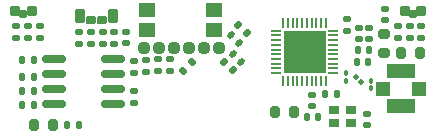
<source format=gbr>
%TF.GenerationSoftware,KiCad,Pcbnew,8.0.7*%
%TF.CreationDate,2025-03-09T23:38:14+01:00*%
%TF.ProjectId,HSSM-LVPCB,4853534d-2d4c-4565-9043-422e6b696361,rev?*%
%TF.SameCoordinates,Original*%
%TF.FileFunction,Soldermask,Top*%
%TF.FilePolarity,Negative*%
%FSLAX46Y46*%
G04 Gerber Fmt 4.6, Leading zero omitted, Abs format (unit mm)*
G04 Created by KiCad (PCBNEW 8.0.7) date 2025-03-09 23:38:14*
%MOMM*%
%LPD*%
G01*
G04 APERTURE LIST*
G04 Aperture macros list*
%AMRoundRect*
0 Rectangle with rounded corners*
0 $1 Rounding radius*
0 $2 $3 $4 $5 $6 $7 $8 $9 X,Y pos of 4 corners*
0 Add a 4 corners polygon primitive as box body*
4,1,4,$2,$3,$4,$5,$6,$7,$8,$9,$2,$3,0*
0 Add four circle primitives for the rounded corners*
1,1,$1+$1,$2,$3*
1,1,$1+$1,$4,$5*
1,1,$1+$1,$6,$7*
1,1,$1+$1,$8,$9*
0 Add four rect primitives between the rounded corners*
20,1,$1+$1,$2,$3,$4,$5,0*
20,1,$1+$1,$4,$5,$6,$7,0*
20,1,$1+$1,$6,$7,$8,$9,0*
20,1,$1+$1,$8,$9,$2,$3,0*%
G04 Aperture macros list end*
%ADD10RoundRect,0.200000X-0.275000X0.200000X-0.275000X-0.200000X0.275000X-0.200000X0.275000X0.200000X0*%
%ADD11RoundRect,0.135000X-0.185000X0.135000X-0.185000X-0.135000X0.185000X-0.135000X0.185000X0.135000X0*%
%ADD12RoundRect,0.135000X-0.135000X-0.185000X0.135000X-0.185000X0.135000X0.185000X-0.135000X0.185000X0*%
%ADD13RoundRect,0.102000X0.525000X-0.500000X0.525000X0.500000X-0.525000X0.500000X-0.525000X-0.500000X0*%
%ADD14RoundRect,0.102000X1.100000X-0.525000X1.100000X0.525000X-1.100000X0.525000X-1.100000X-0.525000X0*%
%ADD15RoundRect,0.140000X0.170000X-0.140000X0.170000X0.140000X-0.170000X0.140000X-0.170000X-0.140000X0*%
%ADD16RoundRect,0.140000X-0.170000X0.140000X-0.170000X-0.140000X0.170000X-0.140000X0.170000X0.140000X0*%
%ADD17RoundRect,0.147500X-0.147500X-0.172500X0.147500X-0.172500X0.147500X0.172500X-0.147500X0.172500X0*%
%ADD18RoundRect,0.100000X0.100000X-0.130000X0.100000X0.130000X-0.100000X0.130000X-0.100000X-0.130000X0*%
%ADD19RoundRect,0.200000X-0.200000X-0.275000X0.200000X-0.275000X0.200000X0.275000X-0.200000X0.275000X0*%
%ADD20RoundRect,0.100000X0.162635X-0.021213X-0.021213X0.162635X-0.162635X0.021213X0.021213X-0.162635X0*%
%ADD21RoundRect,0.102000X-0.300000X-0.300000X0.300000X-0.300000X0.300000X0.300000X-0.300000X0.300000X0*%
%ADD22RoundRect,0.102000X-0.200000X-0.250000X0.200000X-0.250000X0.200000X0.250000X-0.200000X0.250000X0*%
%ADD23RoundRect,0.135000X0.226274X0.035355X0.035355X0.226274X-0.226274X-0.035355X-0.035355X-0.226274X0*%
%ADD24RoundRect,0.100000X-0.100000X0.130000X-0.100000X-0.130000X0.100000X-0.130000X0.100000X0.130000X0*%
%ADD25RoundRect,0.135000X0.135000X0.185000X-0.135000X0.185000X-0.135000X-0.185000X0.135000X-0.185000X0*%
%ADD26RoundRect,0.135000X0.185000X-0.135000X0.185000X0.135000X-0.185000X0.135000X-0.185000X-0.135000X0*%
%ADD27RoundRect,0.140000X-0.140000X-0.170000X0.140000X-0.170000X0.140000X0.170000X-0.140000X0.170000X0*%
%ADD28RoundRect,0.062500X0.350000X0.062500X-0.350000X0.062500X-0.350000X-0.062500X0.350000X-0.062500X0*%
%ADD29RoundRect,0.062500X0.062500X0.350000X-0.062500X0.350000X-0.062500X-0.350000X0.062500X-0.350000X0*%
%ADD30R,3.600000X3.600000*%
%ADD31RoundRect,0.150000X0.825000X0.150000X-0.825000X0.150000X-0.825000X-0.150000X0.825000X-0.150000X0*%
%ADD32RoundRect,0.135000X-0.035355X0.226274X-0.226274X0.035355X0.035355X-0.226274X0.226274X-0.035355X0*%
%ADD33RoundRect,0.200000X0.200000X0.275000X-0.200000X0.275000X-0.200000X-0.275000X0.200000X-0.275000X0*%
%ADD34RoundRect,0.102000X0.600000X0.500000X-0.600000X0.500000X-0.600000X-0.500000X0.600000X-0.500000X0*%
%ADD35R,0.900000X0.800000*%
%ADD36RoundRect,0.140000X0.219203X0.021213X0.021213X0.219203X-0.219203X-0.021213X-0.021213X-0.219203X0*%
%ADD37RoundRect,0.140000X0.140000X0.170000X-0.140000X0.170000X-0.140000X-0.170000X0.140000X-0.170000X0*%
%ADD38RoundRect,0.140000X-0.219203X-0.021213X-0.021213X-0.219203X0.219203X0.021213X0.021213X0.219203X0*%
%ADD39RoundRect,0.102000X0.300000X0.450000X-0.300000X0.450000X-0.300000X-0.450000X0.300000X-0.450000X0*%
%ADD40RoundRect,0.102000X0.300000X0.275000X-0.300000X0.275000X-0.300000X-0.275000X0.300000X-0.275000X0*%
%ADD41C,1.117600*%
G04 APERTURE END LIST*
D10*
%TO.C,C5*%
X151025000Y-115175000D03*
X151025000Y-116825000D03*
%TD*%
D11*
%TO.C,R16*%
X153225000Y-114490001D03*
X153225000Y-115509999D03*
%TD*%
D12*
%TO.C,R4*%
X120390001Y-118800000D03*
X121409999Y-118800000D03*
%TD*%
D13*
%TO.C,J1*%
X150925000Y-119800000D03*
D14*
X152450000Y-121275000D03*
D13*
X153975000Y-119800000D03*
D14*
X152450000Y-118325000D03*
%TD*%
D15*
%TO.C,C21*%
X151075000Y-114005000D03*
X151075000Y-113045000D03*
%TD*%
D11*
%TO.C,R2*%
X129825000Y-117440001D03*
X129825000Y-118459999D03*
%TD*%
D16*
%TO.C,C4*%
X149800000Y-114670000D03*
X149800000Y-115630000D03*
%TD*%
D15*
%TO.C,C11*%
X144900000Y-121280000D03*
X144900000Y-120320000D03*
%TD*%
D17*
%TO.C,L2*%
X148820000Y-116550000D03*
X149780000Y-116550000D03*
%TD*%
D18*
%TO.C,C1*%
X147800000Y-119120000D03*
X147800000Y-118480000D03*
%TD*%
D19*
%TO.C,C9*%
X121375000Y-122899999D03*
X123025000Y-122899999D03*
%TD*%
D20*
%TO.C,L1*%
X149076274Y-119276274D03*
X148623726Y-118823726D03*
%TD*%
D11*
%TO.C,R15*%
X121900000Y-114490001D03*
X121900000Y-115509999D03*
%TD*%
D21*
%TO.C,D2*%
X152800000Y-113225000D03*
X154200000Y-113225000D03*
D22*
X153500000Y-113525000D03*
%TD*%
D16*
%TO.C,C7*%
X148875000Y-114670000D03*
X148875000Y-115630000D03*
%TD*%
D23*
%TO.C,R6*%
X138210624Y-118260624D03*
X137489376Y-117539376D03*
%TD*%
D24*
%TO.C,C2*%
X149900000Y-119130000D03*
X149900000Y-119770000D03*
%TD*%
D15*
%TO.C,C13*%
X149600000Y-122880000D03*
X149600000Y-121920000D03*
%TD*%
D25*
%TO.C,R8*%
X125234999Y-122900000D03*
X124215001Y-122900000D03*
%TD*%
D15*
%TO.C,C15*%
X132900000Y-118280000D03*
X132900000Y-117320000D03*
%TD*%
D25*
%TO.C,R5*%
X121409999Y-117400000D03*
X120390001Y-117400000D03*
%TD*%
%TO.C,R7*%
X147059999Y-120300000D03*
X146040001Y-120300000D03*
%TD*%
D12*
%TO.C,R3*%
X120390001Y-120000000D03*
X121409999Y-120000000D03*
%TD*%
D26*
%TO.C,R23*%
X130900000Y-118409999D03*
X130900000Y-117390001D03*
%TD*%
D21*
%TO.C,D7*%
X119800000Y-113225000D03*
X121200000Y-113225000D03*
D22*
X120500000Y-113525000D03*
%TD*%
D27*
%TO.C,C8*%
X120420000Y-121200000D03*
X121380000Y-121200000D03*
%TD*%
D26*
%TO.C,R18*%
X119900000Y-115509999D03*
X119900000Y-114490001D03*
%TD*%
D28*
%TO.C,U1*%
X146737500Y-118500000D03*
X146737500Y-118100000D03*
X146737500Y-117700000D03*
X146737500Y-117300000D03*
X146737500Y-116900000D03*
X146737500Y-116500000D03*
X146737500Y-116100000D03*
X146737500Y-115700000D03*
X146737500Y-115300000D03*
X146737500Y-114900000D03*
D29*
X146100000Y-114262500D03*
X145700000Y-114262500D03*
X145300000Y-114262500D03*
X144900000Y-114262500D03*
X144500000Y-114262500D03*
X144100000Y-114262500D03*
X143700000Y-114262500D03*
X143300000Y-114262500D03*
X142900000Y-114262500D03*
X142500000Y-114262500D03*
D28*
X141862500Y-114900000D03*
X141862500Y-115300000D03*
X141862500Y-115700000D03*
X141862500Y-116100000D03*
X141862500Y-116500000D03*
X141862500Y-116900000D03*
X141862500Y-117300000D03*
X141862500Y-117700000D03*
X141862500Y-118100000D03*
X141862500Y-118500000D03*
D29*
X142500000Y-119137500D03*
X142900000Y-119137500D03*
X143300000Y-119137500D03*
X143700000Y-119137500D03*
X144100000Y-119137500D03*
X144500000Y-119137500D03*
X144900000Y-119137500D03*
X145300000Y-119137500D03*
X145700000Y-119137500D03*
X146100000Y-119137500D03*
D30*
X144300000Y-116700000D03*
%TD*%
D26*
%TO.C,R13*%
X127200000Y-116009999D03*
X127200000Y-114990001D03*
%TD*%
D31*
%TO.C,U2*%
X128075000Y-121105000D03*
X128075000Y-119835000D03*
X128075000Y-118565000D03*
X128075000Y-117295000D03*
X123125000Y-117295000D03*
X123125000Y-118565000D03*
X123125000Y-119835000D03*
X123125000Y-121105000D03*
%TD*%
D15*
%TO.C,C18*%
X154175000Y-115480000D03*
X154175000Y-114520000D03*
%TD*%
D26*
%TO.C,R14*%
X128200000Y-116009999D03*
X128200000Y-114990001D03*
%TD*%
D32*
%TO.C,R24*%
X134760624Y-117564376D03*
X134039376Y-118285624D03*
%TD*%
D26*
%TO.C,R19*%
X152225000Y-115484999D03*
X152225000Y-114465001D03*
%TD*%
D33*
%TO.C,C12*%
X143425000Y-121750000D03*
X141775000Y-121750000D03*
%TD*%
D26*
%TO.C,R12*%
X125200000Y-116009999D03*
X125200000Y-114990001D03*
%TD*%
%TO.C,R1*%
X129850000Y-121059999D03*
X129850000Y-120040001D03*
%TD*%
D34*
%TO.C,SW_USER1*%
X131000000Y-114850000D03*
X131000000Y-113150000D03*
X136600000Y-114850000D03*
X136600000Y-113150000D03*
%TD*%
D16*
%TO.C,C16*%
X129200000Y-115020000D03*
X129200000Y-115980000D03*
%TD*%
D15*
%TO.C,C17*%
X120900000Y-115480000D03*
X120900000Y-114520000D03*
%TD*%
D35*
%TO.C,Y1*%
X148200000Y-121600000D03*
X146800000Y-121600000D03*
X146800000Y-122700000D03*
X148200000Y-122700000D03*
%TD*%
D23*
%TO.C,R17*%
X139410624Y-115110624D03*
X138689376Y-114389376D03*
%TD*%
D15*
%TO.C,C20*%
X131900000Y-118280000D03*
X131900000Y-117320000D03*
%TD*%
D36*
%TO.C,C19*%
X138739411Y-115939411D03*
X138060589Y-115260589D03*
%TD*%
D26*
%TO.C,R11*%
X126200000Y-116009999D03*
X126200000Y-114990001D03*
%TD*%
%TO.C,R22*%
X147900000Y-114909999D03*
X147900000Y-113890001D03*
%TD*%
D33*
%TO.C,C6*%
X154100000Y-116750000D03*
X152450000Y-116750000D03*
%TD*%
D37*
%TO.C,C3*%
X149680000Y-117550000D03*
X148720000Y-117550000D03*
%TD*%
D38*
%TO.C,C10*%
X138210589Y-116835589D03*
X138889411Y-117514411D03*
%TD*%
D27*
%TO.C,C14*%
X144520000Y-122200000D03*
X145480000Y-122200000D03*
%TD*%
D39*
%TO.C,D6*%
X128099999Y-113675000D03*
D40*
X127150000Y-114000000D03*
X126250000Y-114000000D03*
D39*
X125300001Y-113675000D03*
%TD*%
D41*
%TO.C,J2*%
X130729999Y-116400000D03*
X132000000Y-116400000D03*
X133269999Y-116400000D03*
X134539999Y-116400000D03*
X135809998Y-116400000D03*
X137079999Y-116400000D03*
%TD*%
M02*

</source>
